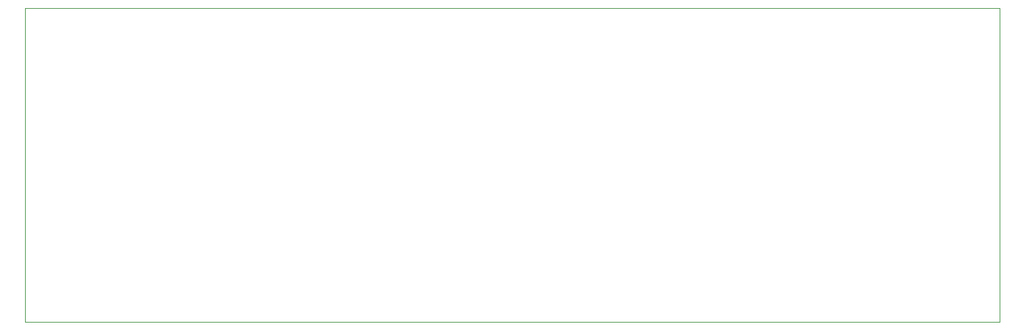
<source format=gbr>
G04 (created by PCBNEW (2013-may-18)-stable) date 2014年01月28日 星期二 10时03分07秒*
%MOIN*%
G04 Gerber Fmt 3.4, Leading zero omitted, Abs format*
%FSLAX34Y34*%
G01*
G70*
G90*
G04 APERTURE LIST*
%ADD10C,0.00590551*%
%ADD11C,0.00393701*%
G04 APERTURE END LIST*
G54D10*
G54D11*
X84500Y-48000D02*
X36500Y-48000D01*
X84500Y-32500D02*
X84500Y-48000D01*
X36500Y-32500D02*
X84500Y-32500D01*
X36500Y-32500D02*
X36500Y-48000D01*
M02*

</source>
